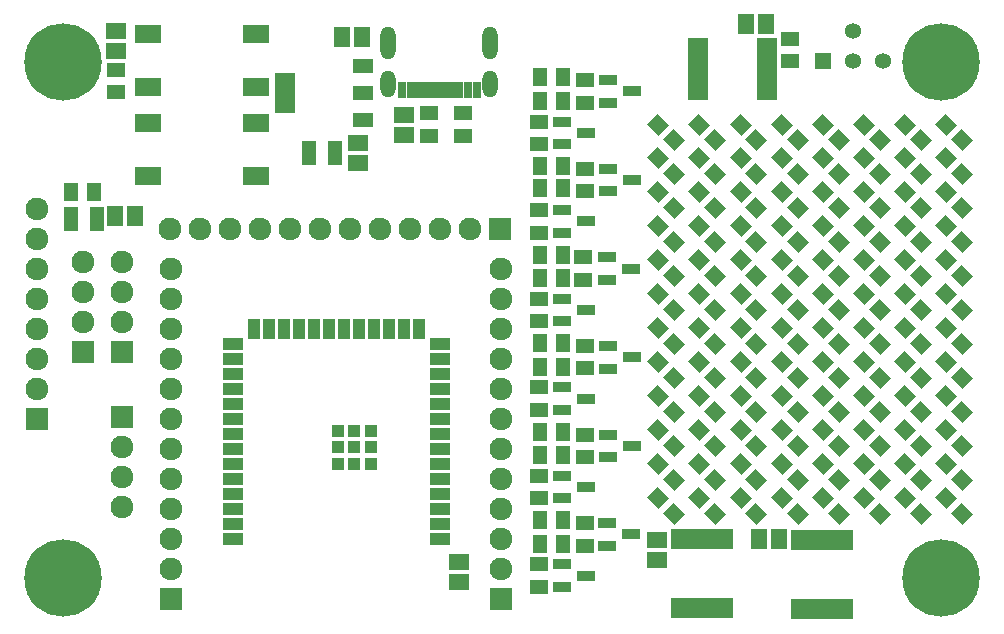
<source format=gts>
G04*
G04 #@! TF.GenerationSoftware,Altium Limited,Altium Designer,25.3.3 (18)*
G04*
G04 Layer_Color=8388736*
%FSLAX25Y25*%
%MOIN*%
G70*
G04*
G04 #@! TF.SameCoordinates,FAE4C2FF-6651-435E-A804-DF7E7BB8AC14*
G04*
G04*
G04 #@! TF.FilePolarity,Negative*
G04*
G01*
G75*
%ADD33R,0.05524X0.06509*%
%ADD34R,0.06312X0.04737*%
%ADD35R,0.06509X0.02572*%
%ADD36R,0.02572X0.06509*%
%ADD37R,0.06509X0.05524*%
%ADD38R,0.04737X0.06312*%
%ADD39R,0.03162X0.05524*%
%ADD40R,0.01981X0.05524*%
%ADD41R,0.04540X0.02572*%
%ADD42R,0.06509X0.04540*%
%ADD43R,0.06509X0.13595*%
G04:AMPARAMS|DCode=44|XSize=55.24mil|YSize=49.34mil|CornerRadius=0mil|HoleSize=0mil|Usage=FLASHONLY|Rotation=135.000|XOffset=0mil|YOffset=0mil|HoleType=Round|Shape=Rectangle|*
%AMROTATEDRECTD44*
4,1,4,0.03698,-0.00209,0.00209,-0.03698,-0.03698,0.00209,-0.00209,0.03698,0.03698,-0.00209,0.0*
%
%ADD44ROTATEDRECTD44*%

%ADD45R,0.06115X0.03359*%
%ADD46R,0.04343X0.04343*%
%ADD47R,0.06706X0.04343*%
%ADD48R,0.04343X0.06706*%
%ADD49R,0.09068X0.06312*%
%ADD50C,0.05347*%
%ADD51R,0.05347X0.05347*%
%ADD52O,0.05131X0.09068*%
%ADD53O,0.05131X0.11036*%
%ADD54C,0.07591*%
%ADD55R,0.07591X0.07591*%
%ADD56R,0.07591X0.07591*%
%ADD57C,0.25800*%
D33*
X355702Y129988D02*
D03*
X349009D02*
D03*
X351300Y301483D02*
D03*
X344607D02*
D03*
X216732Y297244D02*
D03*
X210039D02*
D03*
X134449Y237795D02*
D03*
X141142D02*
D03*
D34*
X359449Y296654D02*
D03*
Y289173D02*
D03*
X275630Y232126D02*
D03*
Y239606D02*
D03*
X250394Y264370D02*
D03*
Y271850D02*
D03*
X238976Y264370D02*
D03*
Y271850D02*
D03*
X134646Y278937D02*
D03*
Y286417D02*
D03*
X275590Y173031D02*
D03*
Y180512D02*
D03*
X290551Y216339D02*
D03*
Y223819D02*
D03*
X275571Y202579D02*
D03*
Y210059D02*
D03*
X290945Y186811D02*
D03*
Y194291D02*
D03*
X275610Y143484D02*
D03*
Y150965D02*
D03*
X290945Y127756D02*
D03*
Y135236D02*
D03*
X290965Y245846D02*
D03*
Y253327D02*
D03*
X290965Y157264D02*
D03*
Y164744D02*
D03*
X275630Y114016D02*
D03*
Y121496D02*
D03*
X275630Y261653D02*
D03*
Y269134D02*
D03*
X290945Y275394D02*
D03*
Y282874D02*
D03*
D35*
X351673Y295571D02*
D03*
Y293012D02*
D03*
Y290453D02*
D03*
Y287894D02*
D03*
Y285335D02*
D03*
Y282776D02*
D03*
Y280217D02*
D03*
Y277658D02*
D03*
X328642D02*
D03*
Y280217D02*
D03*
Y282776D02*
D03*
Y285335D02*
D03*
Y287894D02*
D03*
Y290453D02*
D03*
Y293012D02*
D03*
Y295571D02*
D03*
D36*
X361122Y129626D02*
D03*
X363681D02*
D03*
X366240D02*
D03*
X368799D02*
D03*
X371358D02*
D03*
X373917D02*
D03*
X376476D02*
D03*
X379035D02*
D03*
Y106595D02*
D03*
X376476D02*
D03*
X373917D02*
D03*
X371358D02*
D03*
X368799D02*
D03*
X366240D02*
D03*
X363681D02*
D03*
X361122D02*
D03*
X320985Y129929D02*
D03*
X323544D02*
D03*
X326103D02*
D03*
X328662D02*
D03*
X331221D02*
D03*
X333780D02*
D03*
X336339D02*
D03*
X338898D02*
D03*
Y106898D02*
D03*
X336339D02*
D03*
X333780D02*
D03*
X331221D02*
D03*
X328662D02*
D03*
X326103D02*
D03*
X323544D02*
D03*
X320985D02*
D03*
D37*
X314961Y129724D02*
D03*
Y123031D02*
D03*
X230709Y271457D02*
D03*
Y264764D02*
D03*
X215354Y262008D02*
D03*
Y255315D02*
D03*
X134646Y299410D02*
D03*
Y292717D02*
D03*
X249213Y115551D02*
D03*
Y122244D02*
D03*
D38*
X276181Y246850D02*
D03*
X283661D02*
D03*
X127362Y245669D02*
D03*
X119882D02*
D03*
X276181Y216929D02*
D03*
X283661D02*
D03*
X276181Y224803D02*
D03*
X283661D02*
D03*
X276165Y187401D02*
D03*
X283646D02*
D03*
X276181Y195276D02*
D03*
X283661D02*
D03*
X276181Y157874D02*
D03*
X283661D02*
D03*
X276181Y128347D02*
D03*
X283661D02*
D03*
X276181Y254331D02*
D03*
X283661D02*
D03*
X276181Y165748D02*
D03*
X283661D02*
D03*
X276181Y275984D02*
D03*
X283661D02*
D03*
X276181Y136221D02*
D03*
X283661D02*
D03*
X276181Y283858D02*
D03*
X283661D02*
D03*
D39*
X255020Y279626D02*
D03*
X230020D02*
D03*
X233020D02*
D03*
X252020D02*
D03*
D40*
X235520D02*
D03*
X237520D02*
D03*
X239520D02*
D03*
X247520D02*
D03*
X249520D02*
D03*
X243520D02*
D03*
X245520D02*
D03*
X241520D02*
D03*
D41*
X199213Y261221D02*
D03*
Y258661D02*
D03*
Y256102D02*
D03*
X207874D02*
D03*
Y258661D02*
D03*
Y261221D02*
D03*
X119732Y239166D02*
D03*
Y236607D02*
D03*
Y234048D02*
D03*
X128394D02*
D03*
Y236607D02*
D03*
Y239166D02*
D03*
D42*
X216929Y269724D02*
D03*
Y278740D02*
D03*
Y287756D02*
D03*
D43*
X190945Y278740D02*
D03*
D44*
X370359Y143694D02*
D03*
X375648Y138405D02*
D03*
X370359Y155006D02*
D03*
X375648Y149716D02*
D03*
X384082Y155006D02*
D03*
X389371Y149716D02*
D03*
X370359Y166317D02*
D03*
X375648Y161028D02*
D03*
X384082Y166317D02*
D03*
X389371Y161028D02*
D03*
X370359Y177629D02*
D03*
X375648Y172339D02*
D03*
X384082Y177629D02*
D03*
X389371Y172339D02*
D03*
X370359Y188940D02*
D03*
X375648Y183651D02*
D03*
X384082Y188940D02*
D03*
X389371Y183651D02*
D03*
X370359Y200252D02*
D03*
X375648Y194963D02*
D03*
X384082Y200252D02*
D03*
X389371Y194963D02*
D03*
X370359Y211563D02*
D03*
X375648Y206274D02*
D03*
X384082Y211563D02*
D03*
X389371Y206274D02*
D03*
X370359Y222875D02*
D03*
X375648Y217586D02*
D03*
X384082Y222875D02*
D03*
X389371Y217586D02*
D03*
X370359Y234187D02*
D03*
X375648Y228897D02*
D03*
X384082Y234187D02*
D03*
X389371Y228897D02*
D03*
X384082Y245498D02*
D03*
X389371Y240209D02*
D03*
X370359Y256810D02*
D03*
X375648Y251520D02*
D03*
X370359Y268121D02*
D03*
X375648Y262832D02*
D03*
X384082Y256810D02*
D03*
X389371Y251520D02*
D03*
X384082Y268121D02*
D03*
X389371Y262832D02*
D03*
X370359Y245498D02*
D03*
X375648Y240209D02*
D03*
X411528Y268121D02*
D03*
X416818Y262832D02*
D03*
X411528Y256810D02*
D03*
X416818Y251520D02*
D03*
X411528Y245498D02*
D03*
X416818Y240209D02*
D03*
X411528Y234187D02*
D03*
X416818Y228897D02*
D03*
X411528Y222875D02*
D03*
X416818Y217586D02*
D03*
X411528Y211563D02*
D03*
X416818Y206274D02*
D03*
X411528Y200252D02*
D03*
X416818Y194963D02*
D03*
X411528Y188940D02*
D03*
X416818Y183651D02*
D03*
X411528Y177629D02*
D03*
X416818Y172339D02*
D03*
X411528Y166317D02*
D03*
X416818Y161028D02*
D03*
X411528Y155006D02*
D03*
X416818Y149716D02*
D03*
X411528Y143694D02*
D03*
X416818Y138405D02*
D03*
X397805Y268121D02*
D03*
X403095Y262832D02*
D03*
X397805Y256810D02*
D03*
X403095Y251520D02*
D03*
X397805Y245498D02*
D03*
X403095Y240209D02*
D03*
X397805Y234187D02*
D03*
X403095Y228897D02*
D03*
X397805Y222875D02*
D03*
X403095Y217586D02*
D03*
X397805Y211563D02*
D03*
X403095Y206274D02*
D03*
X397805Y200252D02*
D03*
X403095Y194963D02*
D03*
X397805Y188940D02*
D03*
X403095Y183651D02*
D03*
X397805Y177629D02*
D03*
X403095Y172339D02*
D03*
X397805Y166317D02*
D03*
X403095Y161028D02*
D03*
X397805Y155006D02*
D03*
X403095Y149716D02*
D03*
X397805Y143694D02*
D03*
X403095Y138405D02*
D03*
X384082Y143694D02*
D03*
X389371Y138405D02*
D03*
X356635Y268121D02*
D03*
X361925Y262832D02*
D03*
X356635Y256810D02*
D03*
X361925Y251520D02*
D03*
X356635Y245498D02*
D03*
X361925Y240209D02*
D03*
X356635Y234187D02*
D03*
X361925Y228897D02*
D03*
X356635Y222875D02*
D03*
X361925Y217586D02*
D03*
X356635Y211563D02*
D03*
X361925Y206274D02*
D03*
X356635Y200252D02*
D03*
X361925Y194963D02*
D03*
X356635Y188940D02*
D03*
X361925Y183651D02*
D03*
X356635Y177629D02*
D03*
X361925Y172339D02*
D03*
X356635Y166317D02*
D03*
X361925Y161028D02*
D03*
X356635Y155006D02*
D03*
X361925Y149716D02*
D03*
X356635Y143694D02*
D03*
X361925Y138405D02*
D03*
X342912Y268121D02*
D03*
X348201Y262832D02*
D03*
X342912Y256810D02*
D03*
X348201Y251520D02*
D03*
X342912Y245498D02*
D03*
X348201Y240209D02*
D03*
X342912Y234187D02*
D03*
X348201Y228897D02*
D03*
X342912Y222875D02*
D03*
X348201Y217586D02*
D03*
X342912Y211563D02*
D03*
X348201Y206274D02*
D03*
X342912Y200252D02*
D03*
X348201Y194963D02*
D03*
X342912Y188940D02*
D03*
X348201Y183651D02*
D03*
X342912Y177629D02*
D03*
X348201Y172339D02*
D03*
X342912Y166317D02*
D03*
X348201Y161028D02*
D03*
X342912Y155006D02*
D03*
X348201Y149716D02*
D03*
X342912Y143694D02*
D03*
X348201Y138405D02*
D03*
X329189Y268121D02*
D03*
X334478Y262832D02*
D03*
X329189Y256810D02*
D03*
X334478Y251520D02*
D03*
X329189Y245498D02*
D03*
X334478Y240209D02*
D03*
X329189Y234187D02*
D03*
X334478Y228897D02*
D03*
X329189Y222875D02*
D03*
X334478Y217586D02*
D03*
X329189Y211563D02*
D03*
X334478Y206274D02*
D03*
X329189Y200252D02*
D03*
X334478Y194963D02*
D03*
X329189Y188940D02*
D03*
X334478Y183651D02*
D03*
X329189Y177629D02*
D03*
X334478Y172339D02*
D03*
X329189Y166317D02*
D03*
X334478Y161028D02*
D03*
X329189Y155006D02*
D03*
X334478Y149716D02*
D03*
X329189Y143694D02*
D03*
X334478Y138405D02*
D03*
X315465Y268121D02*
D03*
X320755Y262832D02*
D03*
X315465Y256810D02*
D03*
X320755Y251520D02*
D03*
X315465Y245498D02*
D03*
X320755Y240209D02*
D03*
X315465Y234187D02*
D03*
X320755Y228897D02*
D03*
X315465Y222875D02*
D03*
X320755Y217586D02*
D03*
X315465Y211563D02*
D03*
X320755Y206274D02*
D03*
X315465Y188940D02*
D03*
X320755Y183651D02*
D03*
X315465Y177629D02*
D03*
X320755Y172339D02*
D03*
X315465Y143694D02*
D03*
X320755Y138405D02*
D03*
X315465Y166317D02*
D03*
X320755Y161028D02*
D03*
X315465Y155006D02*
D03*
X320755Y149716D02*
D03*
X315465Y200252D02*
D03*
X320755Y194963D02*
D03*
D45*
X306673Y279153D02*
D03*
X298799Y275374D02*
D03*
Y282933D02*
D03*
X291348Y265345D02*
D03*
X283474Y261565D02*
D03*
Y269124D02*
D03*
X306280Y220098D02*
D03*
X298406Y216319D02*
D03*
Y223878D02*
D03*
X291319Y235846D02*
D03*
X283445Y232067D02*
D03*
Y239626D02*
D03*
X291339Y206299D02*
D03*
X283465Y202520D02*
D03*
Y210079D02*
D03*
X306693Y190551D02*
D03*
X298819Y186772D02*
D03*
Y194331D02*
D03*
X306693Y161024D02*
D03*
X298819Y157244D02*
D03*
Y164803D02*
D03*
X291319Y147264D02*
D03*
X283445Y143484D02*
D03*
Y151043D02*
D03*
X306299Y131496D02*
D03*
X298425Y127717D02*
D03*
Y135276D02*
D03*
X291339Y117717D02*
D03*
X283465Y113937D02*
D03*
Y121496D02*
D03*
X306693Y249606D02*
D03*
X298819Y245827D02*
D03*
Y253386D02*
D03*
X291339Y176772D02*
D03*
X283465Y172992D02*
D03*
Y180551D02*
D03*
D46*
X208587Y154961D02*
D03*
Y160472D02*
D03*
Y165984D02*
D03*
X214098D02*
D03*
X219610D02*
D03*
Y160472D02*
D03*
Y154961D02*
D03*
X214098D02*
D03*
Y160472D02*
D03*
D47*
X173744Y130079D02*
D03*
Y135079D02*
D03*
Y140079D02*
D03*
Y145079D02*
D03*
Y150079D02*
D03*
Y155079D02*
D03*
Y160079D02*
D03*
Y165079D02*
D03*
Y170079D02*
D03*
Y175079D02*
D03*
Y180079D02*
D03*
Y185079D02*
D03*
Y190079D02*
D03*
Y195079D02*
D03*
X242642D02*
D03*
Y190079D02*
D03*
Y185079D02*
D03*
Y180079D02*
D03*
Y175079D02*
D03*
Y170079D02*
D03*
Y165079D02*
D03*
Y160079D02*
D03*
Y155079D02*
D03*
Y150079D02*
D03*
Y145079D02*
D03*
Y140079D02*
D03*
Y135079D02*
D03*
Y130079D02*
D03*
D48*
X180693Y200000D02*
D03*
X185693D02*
D03*
X190693D02*
D03*
X195693D02*
D03*
X200693D02*
D03*
X205693D02*
D03*
X210693D02*
D03*
X215693D02*
D03*
X220693D02*
D03*
X225693D02*
D03*
X230693D02*
D03*
X235693D02*
D03*
D49*
X181299Y250984D02*
D03*
X145472Y268701D02*
D03*
Y250984D02*
D03*
X181299Y268701D02*
D03*
Y280512D02*
D03*
X145472Y298228D02*
D03*
Y280512D02*
D03*
X181299Y298228D02*
D03*
D50*
X390315Y289213D02*
D03*
X380315Y299213D02*
D03*
Y289213D02*
D03*
D51*
X370315D02*
D03*
D52*
X225520Y281626D02*
D03*
X259520D02*
D03*
D53*
X225512Y295276D02*
D03*
X259528D02*
D03*
D54*
X108268Y209921D02*
D03*
Y219921D02*
D03*
Y179921D02*
D03*
Y189921D02*
D03*
Y199921D02*
D03*
Y229921D02*
D03*
Y239921D02*
D03*
X136614Y140787D02*
D03*
Y150787D02*
D03*
Y160787D02*
D03*
X136614Y222362D02*
D03*
Y212362D02*
D03*
Y202362D02*
D03*
X152756Y233465D02*
D03*
X162756D02*
D03*
X172756D02*
D03*
X182756D02*
D03*
X192756D02*
D03*
X202756D02*
D03*
X232756D02*
D03*
X242756D02*
D03*
X252756D02*
D03*
X212756D02*
D03*
X222756D02*
D03*
X153150Y219843D02*
D03*
Y209842D02*
D03*
Y199843D02*
D03*
Y189842D02*
D03*
Y179842D02*
D03*
Y169843D02*
D03*
Y139842D02*
D03*
Y129842D02*
D03*
Y119843D02*
D03*
Y159843D02*
D03*
Y149843D02*
D03*
X262992Y219843D02*
D03*
Y209842D02*
D03*
Y199843D02*
D03*
Y189842D02*
D03*
Y179842D02*
D03*
Y169843D02*
D03*
Y139842D02*
D03*
Y129842D02*
D03*
Y119843D02*
D03*
Y159843D02*
D03*
Y149843D02*
D03*
X123622Y202362D02*
D03*
Y212362D02*
D03*
Y222362D02*
D03*
D55*
X108268Y169921D02*
D03*
X136614Y170787D02*
D03*
X136614Y192362D02*
D03*
X153150Y109843D02*
D03*
X262992D02*
D03*
X123622Y192362D02*
D03*
D56*
X262756Y233465D02*
D03*
D57*
X409842Y288976D02*
D03*
Y116929D02*
D03*
X116929D02*
D03*
Y288976D02*
D03*
M02*

</source>
